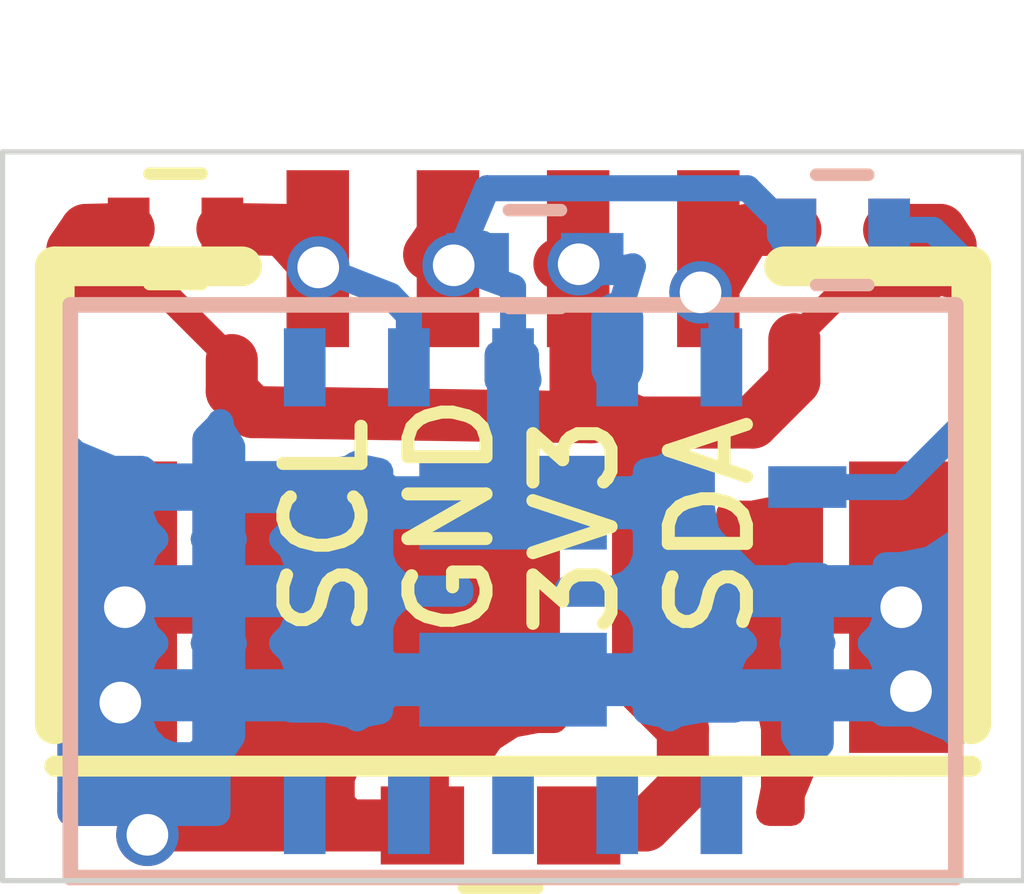
<source format=kicad_pcb>
(kicad_pcb (version 4) (host pcbnew 4.0.7-e2-6376~58~ubuntu16.04.1)

  (general
    (links 23)
    (no_connects 0)
    (area 143.574999 93.374999 153.425001 100.425001)
    (thickness 0.8)
    (drawings 8)
    (tracks 111)
    (zones 0)
    (modules 7)
    (nets 6)
  )

  (page A4)
  (layers
    (0 F.Cu signal)
    (31 B.Cu signal)
    (34 B.Paste user)
    (35 F.Paste user)
    (36 B.SilkS user)
    (37 F.SilkS user)
    (38 B.Mask user hide)
    (39 F.Mask user)
    (44 Edge.Cuts user)
  )

  (setup
    (last_trace_width 0.25)
    (user_trace_width 0.5)
    (trace_clearance 0.2)
    (zone_clearance 0.5)
    (zone_45_only yes)
    (trace_min 0.2)
    (segment_width 0.2)
    (edge_width 0.05)
    (via_size 0.6)
    (via_drill 0.4)
    (via_min_size 0.4)
    (via_min_drill 0.3)
    (uvia_size 0.3)
    (uvia_drill 0.1)
    (uvias_allowed no)
    (uvia_min_size 0.2)
    (uvia_min_drill 0.1)
    (pcb_text_width 0.3)
    (pcb_text_size 1.5 1.5)
    (mod_edge_width 0.15)
    (mod_text_size 1 1)
    (mod_text_width 0.15)
    (pad_size 2.79908 1.00076)
    (pad_drill 0)
    (pad_to_mask_clearance 0.2)
    (aux_axis_origin 0 0)
    (visible_elements FFFF9FFF)
    (pcbplotparams
      (layerselection 0x00030_80000001)
      (usegerberextensions false)
      (excludeedgelayer true)
      (linewidth 0.100000)
      (plotframeref false)
      (viasonmask false)
      (mode 1)
      (useauxorigin false)
      (hpglpennumber 1)
      (hpglpenspeed 20)
      (hpglpendiameter 15)
      (hpglpenoverlay 2)
      (psnegative false)
      (psa4output false)
      (plotreference true)
      (plotvalue true)
      (plotinvisibletext false)
      (padsonsilk false)
      (subtractmaskfromsilk false)
      (outputformat 1)
      (mirror false)
      (drillshape 1)
      (scaleselection 1)
      (outputdirectory ""))
  )

  (net 0 "")
  (net 1 GND)
  (net 2 "Net-(R3-Pad1)")
  (net 3 /VDD)
  (net 4 /SCL)
  (net 5 /SDA)

  (net_class Default "This is the default net class."
    (clearance 0.2)
    (trace_width 0.25)
    (via_dia 0.6)
    (via_drill 0.4)
    (uvia_dia 0.3)
    (uvia_drill 0.1)
    (add_net /SCL)
    (add_net /SDA)
    (add_net /VDD)
    (add_net GND)
    (add_net "Net-(R3-Pad1)")
  )

  (module Capacitors_SMD:C_0402 (layer B.Cu) (tedit 5B2A4231) (tstamp 5B262DCD)
    (at 148.71 94.43 180)
    (descr "Capacitor SMD 0402, reflow soldering, AVX (see smccp.pdf)")
    (tags "capacitor 0402")
    (path /5B260EB6)
    (attr smd)
    (fp_text reference C1 (at 0 1.27 180) (layer B.SilkS) hide
      (effects (font (size 1 1) (thickness 0.15)) (justify mirror))
    )
    (fp_text value C (at 0 -1.27 180) (layer B.Fab) hide
      (effects (font (size 1 1) (thickness 0.15)) (justify mirror))
    )
    (fp_text user %R (at 0 1.27 180) (layer B.Fab)
      (effects (font (size 1 1) (thickness 0.15)) (justify mirror))
    )
    (fp_line (start -0.5 -0.25) (end -0.5 0.25) (layer B.Fab) (width 0.1))
    (fp_line (start 0.5 -0.25) (end -0.5 -0.25) (layer B.Fab) (width 0.1))
    (fp_line (start 0.5 0.25) (end 0.5 -0.25) (layer B.Fab) (width 0.1))
    (fp_line (start -0.5 0.25) (end 0.5 0.25) (layer B.Fab) (width 0.1))
    (fp_line (start 0.25 0.47) (end -0.25 0.47) (layer B.SilkS) (width 0.12))
    (fp_line (start -0.25 -0.47) (end 0.25 -0.47) (layer B.SilkS) (width 0.12))
    (fp_line (start -1 0.4) (end 1 0.4) (layer B.CrtYd) (width 0.05))
    (fp_line (start -1 0.4) (end -1 -0.4) (layer B.CrtYd) (width 0.05))
    (fp_line (start 1 -0.4) (end 1 0.4) (layer B.CrtYd) (width 0.05))
    (fp_line (start 1 -0.4) (end -1 -0.4) (layer B.CrtYd) (width 0.05))
    (pad 1 smd rect (at -0.55 0 180) (size 0.6 0.5) (layers B.Cu B.Paste B.Mask)
      (net 3 /VDD))
    (pad 2 smd rect (at 0.55 0 180) (size 0.6 0.5) (layers B.Cu B.Paste B.Mask)
      (net 1 GND))
    (model Capacitors_SMD.3dshapes/C_0402.wrl
      (at (xyz 0 0 0))
      (scale (xyz 1 1 1))
      (rotate (xyz 0 0 0))
    )
  )

  (module jst_gh4_vert:JST_GH4_vert (layer F.Cu) (tedit 5B2664FE) (tstamp 5B262DD7)
    (at 148.5 96.1 90)
    (path /5B261B88)
    (fp_text reference J1 (at -0.20066 -0.20066 180) (layer F.SilkS) hide
      (effects (font (size 0.50038 0.50038) (thickness 0.12446)))
    )
    (fp_text value Conn_01x04 (at -1.80086 -5.19938 90) (layer F.SilkS) hide
      (effects (font (size 0.50038 0.50038) (thickness 0.12446)))
    )
    (fp_line (start -3.2004 -4.39928) (end -3.2004 4.39928) (layer F.SilkS) (width 0.20066))
    (fp_line (start 1.6002 2.60096) (end 1.6002 4.39928) (layer F.SilkS) (width 0.381))
    (fp_line (start 1.6002 4.39928) (end -2.79908 4.39928) (layer F.SilkS) (width 0.381))
    (fp_line (start 1.6002 -4.39928) (end -2.79908 -4.39928) (layer F.SilkS) (width 0.381))
    (fp_line (start 1.6002 -4.39928) (end 1.6002 -2.60096) (layer F.SilkS) (width 0.381))
    (pad 3 smd rect (at 1.67386 0.62484) (size 0.59944 1.69926) (layers F.Cu F.Paste F.Mask)
      (net 3 /VDD))
    (pad 4 smd rect (at 1.67386 1.87452) (size 0.59944 1.69926) (layers F.Cu F.Paste F.Mask)
      (net 5 /SDA))
    (pad 1 smd rect (at 1.67386 -1.87452) (size 0.59944 1.69926) (layers F.Cu F.Paste F.Mask)
      (net 4 /SCL))
    (pad "" smd rect (at -1.67386 -3.72618 90) (size 2.79908 1.00076) (layers F.Cu F.Paste F.Mask)
      (net 1 GND))
    (pad "" smd rect (at -1.67386 3.72618 90) (size 2.79908 1.00076) (layers F.Cu F.Paste F.Mask)
      (net 1 GND))
    (pad 2 smd rect (at 1.67386 -0.62484) (size 0.59944 1.69926) (layers F.Cu F.Paste F.Mask)
      (net 1 GND))
  )

  (module Resistors_SMD:R_0402 (layer F.Cu) (tedit 5B2A4229) (tstamp 5B262DDD)
    (at 151.66 94.15 180)
    (descr "Resistor SMD 0402, reflow soldering, Vishay (see dcrcw.pdf)")
    (tags "resistor 0402")
    (path /5B262EF1)
    (attr smd)
    (fp_text reference R1 (at 0 -1.35 180) (layer F.SilkS) hide
      (effects (font (size 1 1) (thickness 0.15)))
    )
    (fp_text value R (at 0 1.45 180) (layer F.Fab) hide
      (effects (font (size 1 1) (thickness 0.15)))
    )
    (fp_text user %R (at 0 -1.35 180) (layer F.Fab)
      (effects (font (size 1 1) (thickness 0.15)))
    )
    (fp_line (start -0.5 0.25) (end -0.5 -0.25) (layer F.Fab) (width 0.1))
    (fp_line (start 0.5 0.25) (end -0.5 0.25) (layer F.Fab) (width 0.1))
    (fp_line (start 0.5 -0.25) (end 0.5 0.25) (layer F.Fab) (width 0.1))
    (fp_line (start -0.5 -0.25) (end 0.5 -0.25) (layer F.Fab) (width 0.1))
    (fp_line (start 0.25 -0.53) (end -0.25 -0.53) (layer F.SilkS) (width 0.12))
    (fp_line (start -0.25 0.53) (end 0.25 0.53) (layer F.SilkS) (width 0.12))
    (fp_line (start -0.8 -0.45) (end 0.8 -0.45) (layer F.CrtYd) (width 0.05))
    (fp_line (start -0.8 -0.45) (end -0.8 0.45) (layer F.CrtYd) (width 0.05))
    (fp_line (start 0.8 0.45) (end 0.8 -0.45) (layer F.CrtYd) (width 0.05))
    (fp_line (start 0.8 0.45) (end -0.8 0.45) (layer F.CrtYd) (width 0.05))
    (pad 1 smd rect (at -0.45 0 180) (size 0.4 0.6) (layers F.Cu F.Paste F.Mask)
      (net 3 /VDD))
    (pad 2 smd rect (at 0.45 0 180) (size 0.4 0.6) (layers F.Cu F.Paste F.Mask)
      (net 5 /SDA))
    (model ${KISYS3DMOD}/Resistors_SMD.3dshapes/R_0402.wrl
      (at (xyz 0 0 0))
      (scale (xyz 1 1 1))
      (rotate (xyz 0 0 0))
    )
  )

  (module Resistors_SMD:R_0402 (layer F.Cu) (tedit 5B2A421C) (tstamp 5B262DE3)
    (at 145.26 94.14)
    (descr "Resistor SMD 0402, reflow soldering, Vishay (see dcrcw.pdf)")
    (tags "resistor 0402")
    (path /5B262F20)
    (attr smd)
    (fp_text reference R2 (at 0 -1.35) (layer F.SilkS) hide
      (effects (font (size 1 1) (thickness 0.15)))
    )
    (fp_text value R (at 0 1.45) (layer F.Fab) hide
      (effects (font (size 1 1) (thickness 0.15)))
    )
    (fp_text user %R (at 0 -1.35) (layer F.Fab)
      (effects (font (size 1 1) (thickness 0.15)))
    )
    (fp_line (start -0.5 0.25) (end -0.5 -0.25) (layer F.Fab) (width 0.1))
    (fp_line (start 0.5 0.25) (end -0.5 0.25) (layer F.Fab) (width 0.1))
    (fp_line (start 0.5 -0.25) (end 0.5 0.25) (layer F.Fab) (width 0.1))
    (fp_line (start -0.5 -0.25) (end 0.5 -0.25) (layer F.Fab) (width 0.1))
    (fp_line (start 0.25 -0.53) (end -0.25 -0.53) (layer F.SilkS) (width 0.12))
    (fp_line (start -0.25 0.53) (end 0.25 0.53) (layer F.SilkS) (width 0.12))
    (fp_line (start -0.8 -0.45) (end 0.8 -0.45) (layer F.CrtYd) (width 0.05))
    (fp_line (start -0.8 -0.45) (end -0.8 0.45) (layer F.CrtYd) (width 0.05))
    (fp_line (start 0.8 0.45) (end 0.8 -0.45) (layer F.CrtYd) (width 0.05))
    (fp_line (start 0.8 0.45) (end -0.8 0.45) (layer F.CrtYd) (width 0.05))
    (pad 1 smd rect (at -0.45 0) (size 0.4 0.6) (layers F.Cu F.Paste F.Mask)
      (net 3 /VDD))
    (pad 2 smd rect (at 0.45 0) (size 0.4 0.6) (layers F.Cu F.Paste F.Mask)
      (net 4 /SCL))
    (model ${KISYS3DMOD}/Resistors_SMD.3dshapes/R_0402.wrl
      (at (xyz 0 0 0))
      (scale (xyz 1 1 1))
      (rotate (xyz 0 0 0))
    )
  )

  (module Resistors_SMD:R_0402 (layer B.Cu) (tedit 5B2A424B) (tstamp 5B262DE9)
    (at 151.66 94.15 180)
    (descr "Resistor SMD 0402, reflow soldering, Vishay (see dcrcw.pdf)")
    (tags "resistor 0402")
    (path /5B260EEB)
    (attr smd)
    (fp_text reference R3 (at 0 1.35 180) (layer B.SilkS) hide
      (effects (font (size 1 1) (thickness 0.15)) (justify mirror))
    )
    (fp_text value R (at 0 -1.45 180) (layer B.Fab) hide
      (effects (font (size 1 1) (thickness 0.15)) (justify mirror))
    )
    (fp_text user %R (at 0 1.35 180) (layer B.Fab)
      (effects (font (size 1 1) (thickness 0.15)) (justify mirror))
    )
    (fp_line (start -0.5 -0.25) (end -0.5 0.25) (layer B.Fab) (width 0.1))
    (fp_line (start 0.5 -0.25) (end -0.5 -0.25) (layer B.Fab) (width 0.1))
    (fp_line (start 0.5 0.25) (end 0.5 -0.25) (layer B.Fab) (width 0.1))
    (fp_line (start -0.5 0.25) (end 0.5 0.25) (layer B.Fab) (width 0.1))
    (fp_line (start 0.25 0.53) (end -0.25 0.53) (layer B.SilkS) (width 0.12))
    (fp_line (start -0.25 -0.53) (end 0.25 -0.53) (layer B.SilkS) (width 0.12))
    (fp_line (start -0.8 0.45) (end 0.8 0.45) (layer B.CrtYd) (width 0.05))
    (fp_line (start -0.8 0.45) (end -0.8 -0.45) (layer B.CrtYd) (width 0.05))
    (fp_line (start 0.8 -0.45) (end 0.8 0.45) (layer B.CrtYd) (width 0.05))
    (fp_line (start 0.8 -0.45) (end -0.8 -0.45) (layer B.CrtYd) (width 0.05))
    (pad 1 smd rect (at -0.45 0 180) (size 0.4 0.6) (layers B.Cu B.Paste B.Mask)
      (net 2 "Net-(R3-Pad1)"))
    (pad 2 smd rect (at 0.45 0 180) (size 0.4 0.6) (layers B.Cu B.Paste B.Mask)
      (net 1 GND))
    (model ${KISYS3DMOD}/Resistors_SMD.3dshapes/R_0402.wrl
      (at (xyz 0 0 0))
      (scale (xyz 1 1 1))
      (rotate (xyz 0 0 0))
    )
  )

  (module sdp3x_i2c:SDP3x_i2c (layer B.Cu) (tedit 5B2A4267) (tstamp 5B262E02)
    (at 148.5 97.62)
    (path /5B260DFE)
    (fp_text reference U1 (at -5 0.5 90) (layer B.SilkS) hide
      (effects (font (size 1 1) (thickness 0.15)) (justify mirror))
    )
    (fp_text value SDP3x_I2C (at 0 3.5) (layer B.Fab) hide
      (effects (font (size 1 1) (thickness 0.15)) (justify mirror))
    )
    (fp_line (start -4.25 2.75) (end 4.25 2.75) (layer B.SilkS) (width 0.15))
    (fp_line (start 4.25 2.75) (end 4.25 -2.75) (layer B.SilkS) (width 0.15))
    (fp_line (start 4.25 -2.75) (end -4.25 -2.75) (layer B.SilkS) (width 0.15))
    (fp_line (start -4.25 -2.75) (end -4.25 2.75) (layer B.SilkS) (width 0.15))
    (pad 16 smd rect (at -2 2.15) (size 0.4 0.75) (layers B.Cu B.Paste B.Mask))
    (pad 15 smd rect (at -1 2.15) (size 0.4 0.75) (layers B.Cu B.Paste B.Mask))
    (pad 14 smd rect (at 0 2.15) (size 0.4 0.75) (layers B.Cu B.Paste B.Mask))
    (pad 13 smd rect (at 1 2.15) (size 0.4 0.75) (layers B.Cu B.Paste B.Mask))
    (pad 12 smd rect (at 2 2.15) (size 0.4 0.75) (layers B.Cu B.Paste B.Mask))
    (pad 4 smd rect (at -2 -2.15) (size 0.4 0.75) (layers B.Cu B.Paste B.Mask))
    (pad 5 smd rect (at -1 -2.15) (size 0.4 0.75) (layers B.Cu B.Paste B.Mask)
      (net 4 /SCL))
    (pad 6 smd rect (at 0 -2.15) (size 0.4 0.75) (layers B.Cu B.Paste B.Mask)
      (net 1 GND))
    (pad 7 smd rect (at 1 -2.15) (size 0.4 0.75) (layers B.Cu B.Paste B.Mask)
      (net 3 /VDD))
    (pad 8 smd rect (at 2 -2.15) (size 0.4 0.75) (layers B.Cu B.Paste B.Mask)
      (net 5 /SDA))
    (pad 3 smd rect (at -2.825 -1) (size 0.75 0.4) (layers B.Cu B.Paste B.Mask)
      (net 1 GND))
    (pad 2 smd rect (at -2.825 0) (size 0.75 0.4) (layers B.Cu B.Paste B.Mask)
      (net 1 GND))
    (pad 1 smd rect (at -2.825 1) (size 0.75 0.4) (layers B.Cu B.Paste B.Mask)
      (net 1 GND))
    (pad 10 smd rect (at 2.825 0) (size 0.75 0.4) (layers B.Cu B.Paste B.Mask)
      (net 1 GND))
    (pad 11 smd rect (at 2.825 1) (size 0.75 0.4) (layers B.Cu B.Paste B.Mask)
      (net 1 GND))
    (pad 9 smd rect (at 2.825 -1) (size 0.75 0.4) (layers B.Cu B.Paste B.Mask)
      (net 2 "Net-(R3-Pad1)"))
    (pad 1 smd rect (at 0 0.85) (size 1.8 0.9) (layers B.Cu B.Paste B.Mask)
      (net 1 GND))
    (pad 1 smd rect (at 0 -0.85) (size 1.8 0.9) (layers B.Cu B.Paste B.Mask)
      (net 1 GND))
    (pad "" np_thru_hole circle (at 3.65 -2.15) (size 0.7 0.7) (drill 0.7) (layers *.Cu *.Mask)
      (zone_connect 0))
    (pad "" np_thru_hole circle (at 3.65 2.15) (size 0.7 0.7) (drill 0.7) (layers *.Cu *.Mask))
    (pad "" np_thru_hole circle (at -3.65 -2.15) (size 0.7 0.7) (drill 0.7) (layers *.Cu *.Mask))
  )

  (module Capacitors_SMD:C_0603 (layer F.Cu) (tedit 5B2A4271) (tstamp 5B266390)
    (at 148.38 99.87 180)
    (descr "Capacitor SMD 0603, reflow soldering, AVX (see smccp.pdf)")
    (tags "capacitor 0603")
    (path /5B26634A)
    (attr smd)
    (fp_text reference C2 (at 0 -1.5 180) (layer F.SilkS) hide
      (effects (font (size 1 1) (thickness 0.15)))
    )
    (fp_text value C (at 0 1.5 180) (layer F.Fab) hide
      (effects (font (size 1 1) (thickness 0.15)))
    )
    (fp_line (start 1.4 0.65) (end -1.4 0.65) (layer F.CrtYd) (width 0.05))
    (fp_line (start 1.4 0.65) (end 1.4 -0.65) (layer F.CrtYd) (width 0.05))
    (fp_line (start -1.4 -0.65) (end -1.4 0.65) (layer F.CrtYd) (width 0.05))
    (fp_line (start -1.4 -0.65) (end 1.4 -0.65) (layer F.CrtYd) (width 0.05))
    (fp_line (start 0.35 0.6) (end -0.35 0.6) (layer F.SilkS) (width 0.12))
    (fp_line (start -0.35 -0.6) (end 0.35 -0.6) (layer F.SilkS) (width 0.12))
    (fp_line (start -0.8 -0.4) (end 0.8 -0.4) (layer F.Fab) (width 0.1))
    (fp_line (start 0.8 -0.4) (end 0.8 0.4) (layer F.Fab) (width 0.1))
    (fp_line (start 0.8 0.4) (end -0.8 0.4) (layer F.Fab) (width 0.1))
    (fp_line (start -0.8 0.4) (end -0.8 -0.4) (layer F.Fab) (width 0.1))
    (fp_text user %R (at 0 0 180) (layer F.Fab)
      (effects (font (size 0.3 0.3) (thickness 0.075)))
    )
    (pad 2 smd rect (at 0.75 0 180) (size 0.8 0.75) (layers F.Cu F.Paste F.Mask)
      (net 1 GND))
    (pad 1 smd rect (at -0.75 0 180) (size 0.8 0.75) (layers F.Cu F.Paste F.Mask)
      (net 3 /VDD))
    (model Capacitors_SMD.3dshapes/C_0603.wrl
      (at (xyz 0 0 0))
      (scale (xyz 1 1 1))
      (rotate (xyz 0 0 0))
    )
  )

  (gr_text GND (at 147.9 96.9 90) (layer F.SilkS)
    (effects (font (size 0.75 0.75) (thickness 0.125)))
  )
  (gr_text 3V3 (at 149.1 97 90) (layer F.SilkS)
    (effects (font (size 0.75 0.75) (thickness 0.125)))
  )
  (gr_text SDA (at 150.4 97 90) (layer F.SilkS)
    (effects (font (size 0.75 0.75) (thickness 0.125)))
  )
  (gr_text SCL (at 146.7 97 90) (layer F.SilkS)
    (effects (font (size 0.75 0.75) (thickness 0.125)))
  )
  (gr_line (start 143.6 100.4) (end 143.6 93.4) (angle 90) (layer Edge.Cuts) (width 0.05))
  (gr_line (start 153.4 100.4) (end 143.6 100.4) (angle 90) (layer Edge.Cuts) (width 0.05))
  (gr_line (start 153.4 93.4) (end 153.4 100.4) (angle 90) (layer Edge.Cuts) (width 0.05))
  (gr_line (start 143.6 93.4) (end 153.4 93.4) (angle 90) (layer Edge.Cuts) (width 0.05))

  (segment (start 144.99 99.72) (end 144.99 99.96) (width 0.5) (layer B.Cu) (net 1))
  (via (at 144.99 99.96) (size 0.6) (drill 0.4) (layers F.Cu B.Cu) (net 1))
  (segment (start 144.99 99.96) (end 145.08 99.87) (width 0.5) (layer F.Cu) (net 1) (tstamp 5B266545))
  (segment (start 145.08 99.87) (end 147.63 99.87) (width 0.5) (layer F.Cu) (net 1) (tstamp 5B266546))
  (segment (start 151.325 98.62) (end 152.28 98.62) (width 0.5) (layer B.Cu) (net 1))
  (segment (start 152.28 98.62) (end 152.32 98.58) (width 0.5) (layer B.Cu) (net 1) (tstamp 5B265494))
  (via (at 152.32 98.58) (size 0.6) (drill 0.4) (layers F.Cu B.Cu) (net 1))
  (segment (start 152.32 98.58) (end 152.22618 98.48618) (width 0.5) (layer F.Cu) (net 1) (tstamp 5B265498))
  (segment (start 152.22618 98.48618) (end 152.22618 97.77386) (width 0.5) (layer F.Cu) (net 1) (tstamp 5B265499))
  (segment (start 152.07232 97.62) (end 151.325 97.62) (width 0.5) (layer B.Cu) (net 1) (tstamp 5B26549D))
  (segment (start 152.22618 97.77386) (end 152.07232 97.62) (width 0.5) (layer B.Cu) (net 1) (tstamp 5B26549C))
  (via (at 152.22618 97.77386) (size 0.6) (drill 0.4) (layers F.Cu B.Cu) (net 1))
  (segment (start 145.675 98.62) (end 144.8 98.62) (width 0.5) (layer B.Cu) (net 1))
  (segment (start 144.8 98.62) (end 144.73 98.69) (width 0.5) (layer B.Cu) (net 1) (tstamp 5B265477))
  (via (at 144.73 98.69) (size 0.6) (drill 0.4) (layers F.Cu B.Cu) (net 1))
  (segment (start 144.73 98.69) (end 144.77382 98.64618) (width 0.5) (layer F.Cu) (net 1) (tstamp 5B26547B))
  (segment (start 144.77382 98.64618) (end 144.77382 97.77386) (width 0.5) (layer F.Cu) (net 1) (tstamp 5B26547C))
  (segment (start 144.92768 97.62) (end 145.675 97.62) (width 0.5) (layer B.Cu) (net 1) (tstamp 5B26548F))
  (segment (start 144.77382 97.77386) (end 144.92768 97.62) (width 0.5) (layer B.Cu) (net 1) (tstamp 5B26548E))
  (via (at 144.77382 97.77386) (size 0.6) (drill 0.4) (layers F.Cu B.Cu) (net 1))
  (segment (start 145.675 97.62) (end 146.58 97.62) (width 0.5) (layer B.Cu) (net 1))
  (segment (start 146.58 97.62) (end 146.95 97.99) (width 0.5) (layer B.Cu) (net 1) (tstamp 5B26546A))
  (segment (start 146.95 97.99) (end 146.95 98.47) (width 0.5) (layer B.Cu) (net 1) (tstamp 5B26546B))
  (segment (start 148.5 98.47) (end 146.95 98.47) (width 0.5) (layer B.Cu) (net 1))
  (segment (start 146.8 98.62) (end 145.675 98.62) (width 0.5) (layer B.Cu) (net 1) (tstamp 5B265465))
  (segment (start 146.95 98.47) (end 146.8 98.62) (width 0.5) (layer B.Cu) (net 1) (tstamp 5B265461))
  (segment (start 148.5 98.47) (end 150.1 98.47) (width 0.5) (layer B.Cu) (net 1))
  (segment (start 150.1 98.47) (end 150.25 98.62) (width 0.5) (layer B.Cu) (net 1) (tstamp 5B26544C))
  (segment (start 150.25 98.62) (end 151.325 98.62) (width 0.5) (layer B.Cu) (net 1) (tstamp 5B26544D))
  (segment (start 148.5 96.77) (end 149.87 96.77) (width 0.5) (layer B.Cu) (net 1))
  (segment (start 149.87 96.77) (end 150.72 97.62) (width 0.5) (layer B.Cu) (net 1) (tstamp 5B2652CC))
  (segment (start 150.72 97.62) (end 151.325 97.62) (width 0.5) (layer B.Cu) (net 1) (tstamp 5B2652D0))
  (segment (start 148.5 96.77) (end 146.96 96.77) (width 0.5) (layer B.Cu) (net 1))
  (segment (start 146.96 96.77) (end 146.81 96.62) (width 0.5) (layer B.Cu) (net 1) (tstamp 5B2652B5))
  (segment (start 146.81 96.62) (end 145.675 96.62) (width 0.5) (layer B.Cu) (net 1) (tstamp 5B2652B8))
  (segment (start 151.21 94.15) (end 151 94) (width 0.25) (layer B.Cu) (net 1) (status 10))
  (segment (start 151 94) (end 150.75 93.75) (width 0.25) (layer B.Cu) (net 1) (tstamp 5B2642E1))
  (segment (start 150.75 93.75) (end 148.25 93.75) (width 0.25) (layer B.Cu) (net 1) (tstamp 5B2642E3))
  (segment (start 148.25 93.75) (end 148.25 93.75) (width 0.25) (layer B.Cu) (net 1) (tstamp 5B2642E5))
  (segment (start 148.25 93.75) (end 147.98 94.39) (width 0.25) (layer B.Cu) (net 1) (tstamp 5B2642E7) (status 20))
  (segment (start 147.69516 94.38614) (end 147.99386 94.38614) (width 0.5) (layer F.Cu) (net 1))
  (segment (start 147.99386 94.38614) (end 148.02 94.36) (width 0.25) (layer F.Cu) (net 1) (tstamp 5B264E6B))
  (via (at 147.93 94.49) (size 0.6) (drill 0.4) (layers F.Cu B.Cu) (net 1) (status 30))
  (segment (start 147.98 94.39) (end 147.98 94.44) (width 0.25) (layer B.Cu) (net 1) (status 30))
  (segment (start 147.98 94.44) (end 147.93 94.49) (width 0.25) (layer B.Cu) (net 1) (tstamp 5B264E67) (status 30))
  (segment (start 147.93 94.49) (end 147.98 94.39) (width 0.25) (layer B.Cu) (net 1) (tstamp 5B264E69) (status 30))
  (segment (start 148.5 95.47) (end 148.5 96.77) (width 0.5) (layer B.Cu) (net 1) (status 30))
  (segment (start 147.9 94.1) (end 147.87516 94.12484) (width 0.5) (layer F.Cu) (net 1) (tstamp 5B263F28))
  (segment (start 147.87516 94.12484) (end 147.69516 94.38614) (width 0.5) (layer F.Cu) (net 1) (tstamp 5B263F29))
  (segment (start 147.93 94.49) (end 147.83 94.54) (width 0.25) (layer B.Cu) (net 1) (status 30))
  (segment (start 147.83 94.54) (end 147.98 94.39) (width 0.25) (layer B.Cu) (net 1) (tstamp 5B263FBF) (status 30))
  (segment (start 148.5 95.47) (end 148.5 94.7) (width 0.25) (layer B.Cu) (net 1) (status 10))
  (segment (start 148.5 94.7) (end 147.93 94.49) (width 0.25) (layer B.Cu) (net 1) (tstamp 5B263F23) (status 20))
  (segment (start 152.11 94.15) (end 152.53 94.15) (width 0.25) (layer B.Cu) (net 2) (status 10))
  (segment (start 152.22 96.62) (end 151.325 96.62) (width 0.25) (layer B.Cu) (net 2) (tstamp 5B26502D))
  (segment (start 152.85 95.99) (end 152.22 96.62) (width 0.25) (layer B.Cu) (net 2) (tstamp 5B26502A))
  (segment (start 152.85 94.47) (end 152.85 95.99) (width 0.25) (layer B.Cu) (net 2) (tstamp 5B265026))
  (segment (start 152.53 94.15) (end 152.85 94.47) (width 0.25) (layer B.Cu) (net 2) (tstamp 5B265023))
  (segment (start 149.7 96) (end 149.7 98.51) (width 0.5) (layer F.Cu) (net 3))
  (segment (start 149.7 98.51) (end 150.13 98.94) (width 0.5) (layer F.Cu) (net 3) (tstamp 5B2664B2))
  (segment (start 150.13 98.94) (end 150.13 99.51) (width 0.5) (layer F.Cu) (net 3) (tstamp 5B2664B4))
  (segment (start 150.13 99.51) (end 149.77 99.87) (width 0.5) (layer F.Cu) (net 3) (tstamp 5B2664B5))
  (segment (start 149.77 99.87) (end 149.13 99.87) (width 0.5) (layer F.Cu) (net 3) (tstamp 5B2664B6))
  (segment (start 144.81 94.14) (end 144.4 94.15) (width 0.5) (layer F.Cu) (net 3) (status 10))
  (segment (start 144.27 94.34) (end 144.27 94.61) (width 0.5) (layer F.Cu) (net 3) (tstamp 5B264F47))
  (segment (start 144.4 94.15) (end 144.27 94.34) (width 0.5) (layer F.Cu) (net 3) (tstamp 5B2641D6))
  (segment (start 144.27 94.61) (end 144.51 94.77) (width 0.25) (layer F.Cu) (net 3) (tstamp 5B2641D7))
  (segment (start 144.51 94.77) (end 145.16 94.76) (width 0.25) (layer F.Cu) (net 3) (tstamp 5B2641D8))
  (segment (start 145.16 94.76) (end 145.8 95.4) (width 0.25) (layer F.Cu) (net 3) (tstamp 5B2641D9))
  (segment (start 145.8 95.4) (end 145.8 95.7) (width 0.5) (layer F.Cu) (net 3) (tstamp 5B2641DA))
  (segment (start 145.8 95.7) (end 146 95.9) (width 0.5) (layer F.Cu) (net 3) (tstamp 5B2641DB))
  (segment (start 146 95.9) (end 149.25 95.95) (width 0.5) (layer F.Cu) (net 3) (tstamp 5B2641DC))
  (segment (start 149.25 95.95) (end 149.1 95.75) (width 0.5) (layer F.Cu) (net 3) (tstamp 5B2641DE))
  (segment (start 152.11 94.15) (end 152.6 94.15) (width 0.5) (layer F.Cu) (net 3) (status 10))
  (segment (start 152.6 94.15) (end 152.7 94.3) (width 0.5) (layer F.Cu) (net 3) (tstamp 5B264137))
  (segment (start 152.7 94.3) (end 152.7 94.55) (width 0.5) (layer F.Cu) (net 3) (tstamp 5B264138))
  (segment (start 152.7 94.55) (end 152.43 94.77) (width 0.25) (layer F.Cu) (net 3) (tstamp 5B264139))
  (segment (start 152.43 94.77) (end 151.63 94.77) (width 0.25) (layer F.Cu) (net 3) (tstamp 5B26413A))
  (segment (start 151.63 94.77) (end 151.2 95.2) (width 0.25) (layer F.Cu) (net 3) (tstamp 5B26413B))
  (segment (start 151.2 95.2) (end 151.2 95.6) (width 0.5) (layer F.Cu) (net 3) (tstamp 5B26413C))
  (segment (start 151.2 95.6) (end 150.8 96) (width 0.5) (layer F.Cu) (net 3) (tstamp 5B264140))
  (segment (start 150.8 96) (end 149.7 96) (width 0.5) (layer F.Cu) (net 3) (tstamp 5B264141))
  (segment (start 149.1 95.75) (end 149.1 95) (width 0.5) (layer F.Cu) (net 3) (tstamp 5B264143))
  (segment (start 149.1 95) (end 149.22 94.35) (width 0.25) (layer F.Cu) (net 3) (tstamp 5B2A44A0))
  (segment (start 149.7 96) (end 149.1 95.75) (width 0.5) (layer F.Cu) (net 3) (tstamp 5B264142))
  (segment (start 149.22 94.35) (end 148.94484 94.47614) (width 0.5) (layer F.Cu) (net 3) (tstamp 5B264149))
  (segment (start 149.1 94) (end 149.12484 94.02484) (width 0.5) (layer F.Cu) (net 3) (tstamp 5B263F08))
  (segment (start 149.12484 94.02484) (end 148.94484 94.47614) (width 0.25) (layer F.Cu) (net 3) (tstamp 5B263F09))
  (segment (start 149.13 94.48) (end 149.03 94.53) (width 0.25) (layer B.Cu) (net 3) (status 30))
  (segment (start 149.03 94.53) (end 149.08 94.48) (width 0.25) (layer B.Cu) (net 3) (tstamp 5B263FC2) (status 30))
  (segment (start 149.5 95.47) (end 149.5 95) (width 0.5) (layer B.Cu) (net 3) (status 20))
  (segment (start 149.5 95) (end 149.65 94.5) (width 0.25) (layer B.Cu) (net 3) (tstamp 5B2A43BA) (status 20))
  (segment (start 149.65 94.5) (end 149.65 94.5) (width 0.25) (layer B.Cu) (net 3) (tstamp 5B2A4364) (status 20))
  (segment (start 149.65 94.5) (end 149.23 94.58) (width 0.25) (layer B.Cu) (net 3) (tstamp 5B2A4388) (status 20))
  (via (at 149.13 94.48) (size 0.6) (drill 0.4) (layers F.Cu B.Cu) (net 3) (status 30))
  (segment (start 149.23 94.58) (end 149.13 94.48) (width 0.25) (layer B.Cu) (net 3) (tstamp 5B263F02) (status 30))
  (segment (start 145.71 94.14) (end 146.3 94.15) (width 0.5) (layer F.Cu) (net 4) (status 10))
  (segment (start 146.3 94.15) (end 146.66 94.55) (width 0.5) (layer F.Cu) (net 4) (tstamp 5B2A42F0) (status 10))
  (segment (start 146.66 94.55) (end 146.62548 94.42614) (width 0.25) (layer F.Cu) (net 4) (tstamp 5B2641E7))
  (segment (start 147.5 95.47) (end 147.5 94.97) (width 0.25) (layer B.Cu) (net 4) (status 30))
  (segment (start 147.5 94.97) (end 147.32 94.78) (width 0.25) (layer B.Cu) (net 4) (tstamp 5B263F32) (status 10))
  (segment (start 147.32 94.78) (end 146.63 94.51) (width 0.25) (layer B.Cu) (net 4) (tstamp 5B26522A) (status 10))
  (via (at 146.63 94.51) (size 0.6) (drill 0.4) (layers F.Cu B.Cu) (net 4))
  (segment (start 146.63 94.51) (end 146.65548 94.53548) (width 0.25) (layer F.Cu) (net 4) (tstamp 5B263F37))
  (segment (start 146.65548 94.53548) (end 146.62548 94.42614) (width 0.25) (layer F.Cu) (net 4) (tstamp 5B263F38))
  (segment (start 151.21 94.15) (end 150.75 94.15) (width 0.5) (layer F.Cu) (net 5) (status 10))
  (segment (start 150.75 94.15) (end 150.37452 94.77614) (width 0.5) (layer F.Cu) (net 5) (tstamp 5B264130))
  (segment (start 150.5 95.47) (end 150.5 94.95) (width 0.25) (layer B.Cu) (net 5) (status 10))
  (segment (start 150.3 94.75) (end 150.6 94.3) (width 0.25) (layer F.Cu) (net 5) (tstamp 5B263EC0))
  (via (at 150.3 94.75) (size 0.6) (drill 0.4) (layers F.Cu B.Cu) (net 5))
  (segment (start 150.5 94.95) (end 150.3 94.75) (width 0.25) (layer B.Cu) (net 5) (tstamp 5B263EBB))

  (zone (net 0) (net_name "") (layer B.Cu) (tstamp 5B26482A) (hatch edge 0.508)
    (connect_pads (clearance 0.5))
    (min_thickness 0.254)
    (keepout (tracks not_allowed) (vias not_allowed) (copperpour not_allowed))
    (fill (arc_segments 16) (thermal_gap 0.25) (thermal_bridge_width 0.508))
    (polygon
      (pts
        (xy 148.9 98.02) (xy 148.12 98.02) (xy 148.12 97.22) (xy 148.9 97.22)
      )
    )
  )
  (zone (net 1) (net_name GND) (layer B.Cu) (tstamp 5B2648BC) (hatch edge 0.508)
    (connect_pads (clearance 0.5))
    (min_thickness 0.254)
    (fill yes (arc_segments 16) (thermal_gap 0.25) (thermal_bridge_width 0.508))
    (polygon
      (pts
        (xy 153.4 100.4) (xy 143.6 100.4) (xy 143.6 93.4) (xy 153.4 93.4)
      )
    )
    (filled_polygon
      (pts
        (xy 148.6 95.343) (xy 148.623 95.343) (xy 148.623 95.47) (xy 148.647 95.590656) (xy 148.647 95.597)
        (xy 148.6 95.597) (xy 148.6 96.12775) (xy 148.627 96.15475) (xy 148.627 96.643) (xy 149.68275 96.643)
        (xy 149.777 96.54875) (xy 149.777 96.469794) (xy 149.932352 96.440563) (xy 149.99861 96.397927) (xy 150.051283 96.433917)
        (xy 150.3 96.484283) (xy 150.310717 96.484283) (xy 150.310717 96.82) (xy 150.354437 97.052352) (xy 150.491757 97.265753)
        (xy 150.580666 97.326502) (xy 150.573 97.34501) (xy 150.573 97.42575) (xy 150.66725 97.52) (xy 151.198 97.52)
        (xy 151.198 97.473) (xy 151.452 97.473) (xy 151.452 97.52) (xy 151.98275 97.52) (xy 152.077 97.42575)
        (xy 152.077 97.372) (xy 152.22 97.372) (xy 152.507778 97.314757) (xy 152.748 97.154246) (xy 152.748 98.98615)
        (xy 152.704149 98.942222) (xy 152.34519 98.79317) (xy 152.055667 98.792917) (xy 151.98275 98.72) (xy 151.452 98.72)
        (xy 151.452 99.086299) (xy 151.322222 99.215851) (xy 151.310765 99.243442) (xy 151.295563 99.162648) (xy 151.198 99.011031)
        (xy 151.198 98.72) (xy 150.66725 98.72) (xy 150.631533 98.755717) (xy 150.3 98.755717) (xy 150.067648 98.799437)
        (xy 150.00139 98.842073) (xy 149.948717 98.806083) (xy 149.777 98.77131) (xy 149.777 98.69125) (xy 149.68275 98.597)
        (xy 148.627 98.597) (xy 148.627 98.617) (xy 148.373 98.617) (xy 148.373 98.597) (xy 147.31725 98.597)
        (xy 147.223 98.69125) (xy 147.223 98.770206) (xy 147.067648 98.799437) (xy 147.00139 98.842073) (xy 146.948717 98.806083)
        (xy 146.7 98.755717) (xy 146.368467 98.755717) (xy 146.33275 98.72) (xy 145.802 98.72) (xy 145.802 99.013222)
        (xy 145.711083 99.146283) (xy 145.660717 99.395) (xy 145.660717 99.748) (xy 144.252 99.748) (xy 144.252 98.81425)
        (xy 144.923 98.81425) (xy 144.923 98.89499) (xy 144.980395 99.033553) (xy 145.086447 99.139605) (xy 145.22501 99.197)
        (xy 145.45375 99.197) (xy 145.548 99.10275) (xy 145.548 98.72) (xy 145.01725 98.72) (xy 144.923 98.81425)
        (xy 144.252 98.81425) (xy 144.252 97.81425) (xy 144.923 97.81425) (xy 144.923 97.89499) (xy 144.980395 98.033553)
        (xy 145.066842 98.12) (xy 144.980395 98.206447) (xy 144.923 98.34501) (xy 144.923 98.42575) (xy 145.01725 98.52)
        (xy 145.548 98.52) (xy 145.548 98.13725) (xy 145.53075 98.12) (xy 145.548 98.10275) (xy 145.548 97.72)
        (xy 145.802 97.72) (xy 145.802 98.10275) (xy 145.81925 98.12) (xy 145.802 98.13725) (xy 145.802 98.52)
        (xy 146.33275 98.52) (xy 146.427 98.42575) (xy 146.427 98.34501) (xy 146.369605 98.206447) (xy 146.283158 98.12)
        (xy 146.369605 98.033553) (xy 146.427 97.89499) (xy 146.427 97.81425) (xy 146.33275 97.72) (xy 145.802 97.72)
        (xy 145.548 97.72) (xy 145.01725 97.72) (xy 144.923 97.81425) (xy 144.252 97.81425) (xy 144.252 96.81425)
        (xy 144.923 96.81425) (xy 144.923 96.89499) (xy 144.980395 97.033553) (xy 145.066842 97.12) (xy 144.980395 97.206447)
        (xy 144.923 97.34501) (xy 144.923 97.42575) (xy 145.01725 97.52) (xy 145.548 97.52) (xy 145.548 97.13725)
        (xy 145.53075 97.12) (xy 145.548 97.10275) (xy 145.548 96.72) (xy 145.802 96.72) (xy 145.802 97.10275)
        (xy 145.81925 97.12) (xy 145.802 97.13725) (xy 145.802 97.52) (xy 146.33275 97.52) (xy 146.427 97.42575)
        (xy 146.427 97.34501) (xy 146.369605 97.206447) (xy 146.283158 97.12) (xy 146.369605 97.033553) (xy 146.387127 96.99125)
        (xy 147.223 96.99125) (xy 147.223 97.29499) (xy 147.280395 97.433553) (xy 147.386447 97.539605) (xy 147.52501 97.597)
        (xy 147.993 97.597) (xy 147.993 97.643) (xy 147.52501 97.643) (xy 147.386447 97.700395) (xy 147.280395 97.806447)
        (xy 147.223 97.94501) (xy 147.223 98.24875) (xy 147.31725 98.343) (xy 148.373 98.343) (xy 148.373 98.323)
        (xy 148.627 98.323) (xy 148.627 98.343) (xy 149.68275 98.343) (xy 149.777 98.24875) (xy 149.777 97.94501)
        (xy 149.722838 97.81425) (xy 150.573 97.81425) (xy 150.573 97.89499) (xy 150.630395 98.033553) (xy 150.716842 98.12)
        (xy 150.630395 98.206447) (xy 150.573 98.34501) (xy 150.573 98.42575) (xy 150.66725 98.52) (xy 151.198 98.52)
        (xy 151.198 98.13725) (xy 151.18075 98.12) (xy 151.198 98.10275) (xy 151.198 97.72) (xy 151.452 97.72)
        (xy 151.452 98.10275) (xy 151.46925 98.12) (xy 151.452 98.13725) (xy 151.452 98.52) (xy 151.98275 98.52)
        (xy 152.077 98.42575) (xy 152.077 98.34501) (xy 152.019605 98.206447) (xy 151.933158 98.12) (xy 152.019605 98.033553)
        (xy 152.077 97.89499) (xy 152.077 97.81425) (xy 151.98275 97.72) (xy 151.452 97.72) (xy 151.198 97.72)
        (xy 150.66725 97.72) (xy 150.573 97.81425) (xy 149.722838 97.81425) (xy 149.719605 97.806447) (xy 149.613553 97.700395)
        (xy 149.47499 97.643) (xy 149.027 97.643) (xy 149.027 97.597) (xy 149.47499 97.597) (xy 149.613553 97.539605)
        (xy 149.719605 97.433553) (xy 149.777 97.29499) (xy 149.777 96.99125) (xy 149.68275 96.897) (xy 148.627 96.897)
        (xy 148.627 96.917) (xy 148.373 96.917) (xy 148.373 96.897) (xy 147.31725 96.897) (xy 147.223 96.99125)
        (xy 146.387127 96.99125) (xy 146.427 96.89499) (xy 146.427 96.81425) (xy 146.33275 96.72) (xy 145.802 96.72)
        (xy 145.548 96.72) (xy 145.01725 96.72) (xy 144.923 96.81425) (xy 144.252 96.81425) (xy 144.252 96.25385)
        (xy 144.295851 96.297778) (xy 144.65481 96.44683) (xy 144.944333 96.447083) (xy 145.01725 96.52) (xy 145.548 96.52)
        (xy 145.548 96.153701) (xy 145.677778 96.024149) (xy 145.689235 95.996558) (xy 145.704437 96.077352) (xy 145.802 96.228969)
        (xy 145.802 96.52) (xy 146.33275 96.52) (xy 146.368467 96.484283) (xy 146.7 96.484283) (xy 146.932352 96.440563)
        (xy 146.99861 96.397927) (xy 147.051283 96.433917) (xy 147.223 96.46869) (xy 147.223 96.54875) (xy 147.31725 96.643)
        (xy 148.373 96.643) (xy 148.373 96.15475) (xy 148.4 96.12775) (xy 148.4 95.597) (xy 148.353 95.597)
        (xy 148.353 95.343) (xy 148.4 95.343) (xy 148.4 95.323) (xy 148.6 95.323)
      )
    )
    (filled_polygon
      (pts
        (xy 148.203161 94.294799) (xy 148.202915 94.577) (xy 148.12445 94.577) (xy 148.118782 94.568517) (xy 148.045916 94.452816)
        (xy 148.013 94.418071) (xy 148.013 94.305) (xy 148.033 94.305) (xy 148.033 94.283) (xy 148.20806 94.283)
      )
    )
    (filled_polygon
      (pts
        (xy 151.270717 94.297) (xy 151.11584 94.297) (xy 151.11 94.282866) (xy 151.11 94.277) (xy 151.107576 94.277)
        (xy 151.086331 94.225583) (xy 151.063 94.202211) (xy 151.063 94.052) (xy 151.270717 94.052)
      )
    )
  )
  (zone (net 1) (net_name GND) (layer F.Cu) (tstamp 5B26659A) (hatch edge 0.508)
    (connect_pads (clearance 0.5))
    (min_thickness 0.254)
    (fill yes (arc_segments 16) (thermal_gap 0.25) (thermal_bridge_width 0.508))
    (polygon
      (pts
        (xy 153.4 100.4) (xy 143.6 100.4) (xy 143.6 93.4) (xy 153.4 93.4)
      )
    )
    (filled_polygon
      (pts
        (xy 145.664387 96.710242) (xy 146 96.777001) (xy 146.000005 96.777) (xy 148.823 96.777) (xy 148.823 98.51)
        (xy 148.889758 98.845613) (xy 148.896509 98.855717) (xy 148.73 98.855717) (xy 148.497648 98.899437) (xy 148.284247 99.036757)
        (xy 148.201438 99.15795) (xy 148.10499 99.118) (xy 147.85125 99.118) (xy 147.757 99.21225) (xy 147.757 99.743)
        (xy 147.777 99.743) (xy 147.777 99.748) (xy 147.483 99.748) (xy 147.483 99.743) (xy 147.503 99.743)
        (xy 147.503 99.21225) (xy 147.40875 99.118) (xy 147.15501 99.118) (xy 147.016447 99.175395) (xy 146.910395 99.281447)
        (xy 146.853 99.42001) (xy 146.853 99.64875) (xy 146.947248 99.742998) (xy 146.853 99.742998) (xy 146.853 99.748)
        (xy 144.252 99.748) (xy 144.252 99.5504) (xy 144.55257 99.5504) (xy 144.64682 99.45615) (xy 144.64682 97.90086)
        (xy 144.90082 97.90086) (xy 144.90082 99.45615) (xy 144.99507 99.5504) (xy 145.34919 99.5504) (xy 145.487753 99.493005)
        (xy 145.593805 99.386953) (xy 145.6512 99.24839) (xy 145.6512 97.99511) (xy 145.55695 97.90086) (xy 144.90082 97.90086)
        (xy 144.64682 97.90086) (xy 144.62682 97.90086) (xy 144.62682 97.64686) (xy 144.64682 97.64686) (xy 144.64682 97.62686)
        (xy 144.90082 97.62686) (xy 144.90082 97.64686) (xy 145.55695 97.64686) (xy 145.6512 97.55261) (xy 145.6512 96.701431)
      )
    )
    (filled_polygon
      (pts
        (xy 151.3488 97.55261) (xy 151.44305 97.64686) (xy 152.09918 97.64686) (xy 152.09918 97.62686) (xy 152.35318 97.62686)
        (xy 152.35318 97.64686) (xy 152.37318 97.64686) (xy 152.37318 97.90086) (xy 152.35318 97.90086) (xy 152.35318 97.92086)
        (xy 152.09918 97.92086) (xy 152.09918 97.90086) (xy 151.44305 97.90086) (xy 151.3488 97.99511) (xy 151.3488 99.189319)
        (xy 151.322222 99.215851) (xy 151.17317 99.57481) (xy 151.173018 99.748) (xy 150.959659 99.748) (xy 151.007001 99.51)
        (xy 151.007 99.509995) (xy 151.007 98.940005) (xy 151.007001 98.94) (xy 150.940242 98.604387) (xy 150.750133 98.319867)
        (xy 150.577 98.146734) (xy 150.577 96.877) (xy 150.8 96.877) (xy 151.135613 96.810242) (xy 151.3488 96.667796)
      )
    )
    (filled_polygon
      (pts
        (xy 148.00216 94.29914) (xy 148.02216 94.29914) (xy 148.02216 94.55314) (xy 148.00216 94.55314) (xy 148.00216 94.57314)
        (xy 147.74816 94.57314) (xy 147.74816 94.55314) (xy 147.72816 94.55314) (xy 147.72816 94.29914) (xy 147.74816 94.29914)
        (xy 147.74816 94.27914) (xy 148.00216 94.27914)
      )
    )
  )
)

</source>
